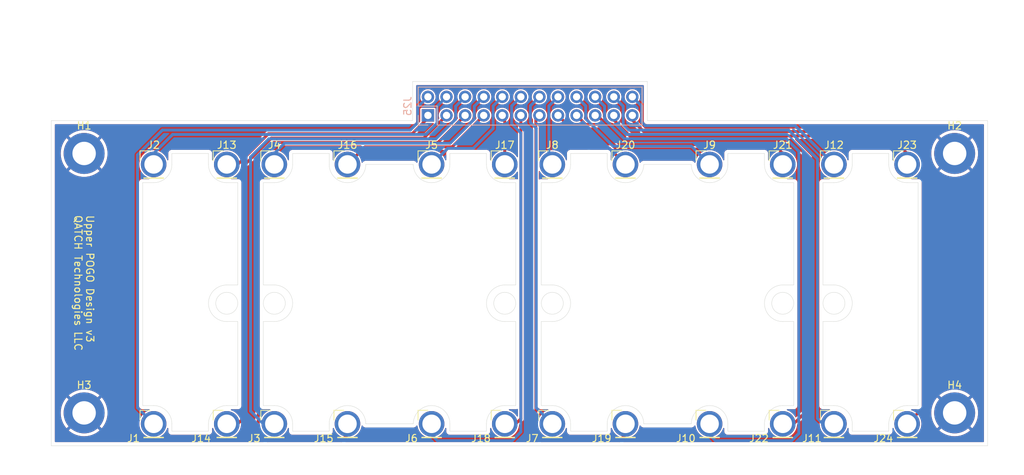
<source format=kicad_pcb>
(kicad_pcb (version 20240108) (generator "pcbnew") (generator_version "8.0")
  (layers (0 "F.Cu" signal) (31 "B.Cu" signal) (34 "B.Paste" user) (35 "F.Paste" user) (36 "B.SilkS" user "B.Silkscreen") (37 "F.SilkS" user "F.Silkscreen") (38 "B.Mask" user) (39 "F.Mask" user) (44 "Edge.Cuts" user))
  (net 0 "")
  (net 1 "Earth")
  (net 2 "Net-(J1-Pin_1)")
  (net 3 "Net-(J2-Pin_1)")
  (net 4 "Net-(J25-Pin_3)")
  (net 5 "Net-(J25-Pin_4)")
  (net 6 "Net-(J25-Pin_5)")
  (net 7 "Net-(J25-Pin_6)")
  (net 8 "Net-(J25-Pin_7)")
  (net 9 "Net-(J25-Pin_8)")
  (net 10 "Net-(J25-Pin_9)")
  (net 11 "Net-(J10-Pin_1)")
  (net 12 "Net-(J11-Pin_1)")
  (net 13 "Net-(J12-Pin_1)")
  (net 14 "Net-(J13-Pin_1)")
  (net 15 "Net-(J14-Pin_1)")
  (net 16 "Net-(J15-Pin_1)")
  (net 17 "Net-(J16-Pin_1)")
  (net 18 "Net-(J17-Pin_1)")
  (net 19 "Net-(J18-Pin_1)")
  (net 20 "Net-(J19-Pin_1)")
  (net 21 "Net-(J20-Pin_1)")
  (net 22 "Net-(J21-Pin_1)")
  (net 23 "Net-(J22-Pin_1)")
  (net 24 "Net-(J23-Pin_1)")
  (net 25 "Net-(J24-Pin_1)")
  (footprint "Connector_PinHeader_2.54mm:PinHeader_1x01_D2.54mm_Vertical" (layer "F.Cu") (at 189 67.5)
    (property "Reference" "J12" (at 0 -2.65 0) (layer "F.SilkS"))
    (property "Value" "Conn_01x01_MountingPin")
    (fp_line (start -1.85 -1.85) (end -0.52 -1.85) (stroke (width 0.12)) (layer "F.SilkS"))
    (fp_line (start -1.85 -0.52) (end -1.85 -1.85) (stroke (width 0.12)) (layer "F.SilkS"))
    (fp_line (start -1.33 1.84) (end -1.33 1.9) (stroke (width 0.12)) (layer "F.SilkS"))
    (fp_line (start -1.33 1.84) (end 1.33 1.84) (stroke (width 0.12)) (layer "F.SilkS"))
    (fp_line (start -1.33 1.9) (end 1.33 1.9) (stroke (width 0.12)) (layer "F.SilkS"))
    (fp_line (start 1.33 1.84) (end 1.33 1.9) (stroke (width 0.12)) (layer "F.SilkS"))
    (pad "1" thru_hole circle (at 0 0) (size 3.5 3.5) (drill 2.53) (layers "*.Cu" "*.Mask") (net 13 "Net-(J12-Pin_1)"))
  )
  (footprint "Connector_PinHeader_2.54mm:PinHeader_1x01_D2.54mm_Vertical" (layer "F.Cu") (at 122.5 67.5)
    (property "Reference" "J16" (at 0 -2.65 0) (layer "F.SilkS"))
    (property "Value" "Conn_01x01_MountingPin")
    (fp_line (start -1.85 -1.85) (end -0.52 -1.85) (stroke (width 0.12)) (layer "F.SilkS"))
    (fp_line (start -1.85 -0.52) (end -1.85 -1.85) (stroke (width 0.12)) (layer "F.SilkS"))
    (fp_line (start -1.33 1.84) (end -1.33 1.9) (stroke (width 0.12)) (layer "F.SilkS"))
    (fp_line (start -1.33 1.84) (end 1.33 1.84) (stroke (width 0.12)) (layer "F.SilkS"))
    (fp_line (start -1.33 1.9) (end 1.33 1.9) (stroke (width 0.12)) (layer "F.SilkS"))
    (fp_line (start 1.33 1.84) (end 1.33 1.9) (stroke (width 0.12)) (layer "F.SilkS"))
    (pad "1" thru_hole circle (at 0 0) (size 3.5 3.5) (drill 2.53) (layers "*.Cu" "*.Mask") (net 17 "Net-(J16-Pin_1)"))
  )
  (footprint "Connector_PinHeader_2.54mm:PinHeader_1x01_D2.54mm_Vertical" (layer "F.Cu") (at 112.5 67.5)
    (property "Reference" "J4" (at 0 -2.65 0) (layer "F.SilkS"))
    (property "Value" "Conn_01x01_MountingPin")
    (fp_line (start -1.85 -1.85) (end -0.52 -1.85) (stroke (width 0.12)) (layer "F.SilkS"))
    (fp_line (start -1.85 -0.52) (end -1.85 -1.85) (stroke (width 0.12)) (layer "F.SilkS"))
    (fp_line (start -1.33 1.84) (end -1.33 1.9) (stroke (width 0.12)) (layer "F.SilkS"))
    (fp_line (start -1.33 1.84) (end 1.33 1.84) (stroke (width 0.12)) (layer "F.SilkS"))
    (fp_line (start -1.33 1.9) (end 1.33 1.9) (stroke (width 0.12)) (layer "F.SilkS"))
    (fp_line (start 1.33 1.84) (end 1.33 1.9) (stroke (width 0.12)) (layer "F.SilkS"))
    (pad "1" thru_hole circle (at 0 0) (size 3.5 3.5) (drill 2.53) (layers "*.Cu" "*.Mask") (net 5 "Net-(J25-Pin_4)"))
  )
  (footprint "Connector_PinHeader_2.54mm:PinHeader_1x01_D2.54mm_Vertical" (layer "F.Cu") (at 96 67.5)
    (property "Reference" "J2" (at 0 -2.65 0) (layer "F.SilkS"))
    (property "Value" "Conn_01x01_MountingPin")
    (fp_line (start -1.85 -1.85) (end -0.52 -1.85) (stroke (width 0.12)) (layer "F.SilkS"))
    (fp_line (start -1.85 -0.52) (end -1.85 -1.85) (stroke (width 0.12)) (layer "F.SilkS"))
    (fp_line (start -1.33 1.84) (end -1.33 1.9) (stroke (width 0.12)) (layer "F.SilkS"))
    (fp_line (start -1.33 1.84) (end 1.33 1.84) (stroke (width 0.12)) (layer "F.SilkS"))
    (fp_line (start -1.33 1.9) (end 1.33 1.9) (stroke (width 0.12)) (layer "F.SilkS"))
    (fp_line (start 1.33 1.84) (end 1.33 1.9) (stroke (width 0.12)) (layer "F.SilkS"))
    (pad "1" thru_hole circle (at 0 0) (size 3.5 3.5) (drill 2.53) (layers "*.Cu" "*.Mask") (net 3 "Net-(J2-Pin_1)"))
  )
  (footprint "Connector_PinHeader_2.54mm:PinHeader_1x01_D2.54mm_Vertical" (layer "F.Cu") (at 150.5 67.5)
    (property "Reference" "J8" (at 0 -2.65 0) (layer "F.SilkS"))
    (property "Value" "Conn_01x01_MountingPin")
    (fp_line (start -1.85 -1.85) (end -0.52 -1.85) (stroke (width 0.12)) (layer "F.SilkS"))
    (fp_line (start -1.85 -0.52) (end -1.85 -1.85) (stroke (width 0.12)) (layer "F.SilkS"))
    (fp_line (start -1.33 1.84) (end -1.33 1.9) (stroke (width 0.12)) (layer "F.SilkS"))
    (fp_line (start -1.33 1.84) (end 1.33 1.84) (stroke (width 0.12)) (layer "F.SilkS"))
    (fp_line (start -1.33 1.9) (end 1.33 1.9) (stroke (width 0.12)) (layer "F.SilkS"))
    (fp_line (start 1.33 1.84) (end 1.33 1.9) (stroke (width 0.12)) (layer "F.SilkS"))
    (pad "1" thru_hole circle (at 0 0) (size 3.5 3.5) (drill 2.53) (layers "*.Cu" "*.Mask") (net 9 "Net-(J25-Pin_8)"))
  )
  (footprint "Connector_PinHeader_2.54mm:PinHeader_1x01_D2.54mm_Vertical" (layer "F.Cu") (at 144 67.5)
    (property "Reference" "J17" (at 0 -2.65 0) (layer "F.SilkS"))
    (property "Value" "Conn_01x01_MountingPin")
    (fp_line (start -1.85 -1.85) (end -0.52 -1.85) (stroke (width 0.12)) (layer "F.SilkS"))
    (fp_line (start -1.85 -0.52) (end -1.85 -1.85) (stroke (width 0.12)) (layer "F.SilkS"))
    (fp_line (start -1.33 1.84) (end -1.33 1.9) (stroke (width 0.12)) (layer "F.SilkS"))
    (fp_line (start -1.33 1.84) (end 1.33 1.84) (stroke (width 0.12)) (layer "F.SilkS"))
    (fp_line (start -1.33 1.9) (end 1.33 1.9) (stroke (width 0.12)) (layer "F.SilkS"))
    (fp_line (start 1.33 1.84) (end 1.33 1.9) (stroke (width 0.12)) (layer "F.SilkS"))
    (pad "1" thru_hole circle (at 0 0) (size 3.5 3.5) (drill 2.53) (layers "*.Cu" "*.Mask") (net 18 "Net-(J17-Pin_1)"))
  )
  (footprint "Connector_PinHeader_2.54mm:PinHeader_1x01_D2.54mm_Vertical" (layer "F.Cu") (at 134 103)
    (property "Reference" "J6" (at -2.75 2 0) (layer "F.SilkS"))
    (property "Value" "Conn_01x01_MountingPin")
    (fp_line (start -1.85 -1.85) (end -0.52 -1.85) (stroke (width 0.12)) (layer "F.SilkS"))
    (fp_line (start -1.85 -0.52) (end -1.85 -1.85) (stroke (width 0.12)) (layer "F.SilkS"))
    (fp_line (start -1.33 1.84) (end -1.33 1.9) (stroke (width 0.12)) (layer "F.SilkS"))
    (fp_line (start -1.33 1.84) (end 1.33 1.84) (stroke (width 0.12)) (layer "F.SilkS"))
    (fp_line (start -1.33 1.9) (end 1.33 1.9) (stroke (width 0.12)) (layer "F.SilkS"))
    (fp_line (start 1.33 1.84) (end 1.33 1.9) (stroke (width 0.12)) (layer "F.SilkS"))
    (pad "1" thru_hole circle (at 0 0) (size 3.5 3.5) (drill 2.53) (layers "*.Cu" "*.Mask") (net 7 "Net-(J25-Pin_6)"))
  )
  (footprint "Connector_PinHeader_2.54mm:PinHeader_1x01_D2.54mm_Vertical" (layer "F.Cu") (at 122.5 103)
    (property "Reference" "J15" (at -3.25 2 0) (layer "F.SilkS"))
    (property "Value" "Conn_01x01_MountingPin")
    (fp_line (start -1.85 -1.85) (end -0.52 -1.85) (stroke (width 0.12)) (layer "F.SilkS"))
    (fp_line (start -1.85 -0.52) (end -1.85 -1.85) (stroke (width 0.12)) (layer "F.SilkS"))
    (fp_line (start -1.33 1.84) (end -1.33 1.9) (stroke (width 0.12)) (layer "F.SilkS"))
    (fp_line (start -1.33 1.84) (end 1.33 1.84) (stroke (width 0.12)) (layer "F.SilkS"))
    (fp_line (start -1.33 1.9) (end 1.33 1.9) (stroke (width 0.12)) (layer "F.SilkS"))
    (fp_line (start 1.33 1.84) (end 1.33 1.9) (stroke (width 0.12)) (layer "F.SilkS"))
    (pad "1" thru_hole circle (at 0 0) (size 3.5 3.5) (drill 2.53) (layers "*.Cu" "*.Mask") (net 16 "Net-(J15-Pin_1)"))
  )
  (footprint "MountingHole:MountingHole_3.2mm_M3_DIN965_Pad_TopBottom" (layer "F.Cu") (at 86.5 66)
    (property "Reference" "H1" (at 0 -3.8 0) (layer "F.SilkS"))
    (property "Value" "MountingHole_Pad")
    (pad "1" thru_hole circle (at 0 0) (size 3.6 3.6) (drill 3.2) (layers "*.Cu" "*.Mask") (net 1 "Earth"))
    (pad "1" connect circle (at 0 0) (size 5.6 5.6) (layers "F.Cu" "F.Mask") (net 1 "Earth"))
    (pad "1" connect circle (at 0 0) (size 5.6 5.6) (layers "B.Cu" "B.Mask") (net 1 "Earth"))
  )
  (footprint "MountingHole:MountingHole_3.2mm_M3_DIN965_Pad_TopBottom" (layer "F.Cu") (at 86.5 101.5)
    (property "Reference" "H3" (at 0 -3.8 0) (layer "F.SilkS"))
    (property "Value" "MountingHole_Pad")
    (pad "1" thru_hole circle (at 0 0) (size 3.6 3.6) (drill 3.2) (layers "*.Cu" "*.Mask") (net 1 "Earth"))
    (pad "1" connect circle (at 0 0) (size 5.6 5.6) (layers "F.Cu" "F.Mask") (net 1 "Earth"))
    (pad "1" connect circle (at 0 0) (size 5.6 5.6) (layers "B.Cu" "B.Mask") (net 1 "Earth"))
  )
  (footprint "Connector_PinHeader_2.54mm:PinHeader_1x01_D2.54mm_Vertical" (layer "F.Cu") (at 182 103)
    (property "Reference" "J22" (at -3.25 2 0) (layer "F.SilkS"))
    (property "Value" "Conn_01x01_MountingPin")
    (fp_line (start -1.85 -1.85) (end -0.52 -1.85) (stroke (width 0.12)) (layer "F.SilkS"))
    (fp_line (start -1.85 -0.52) (end -1.85 -1.85) (stroke (width 0.12)) (layer "F.SilkS"))
    (fp_line (start -1.33 1.84) (end -1.33 1.9) (stroke (width 0.12)) (layer "F.SilkS"))
    (fp_line (start -1.33 1.84) (end 1.33 1.84) (stroke (width 0.12)) (layer "F.SilkS"))
    (fp_line (start -1.33 1.9) (end 1.33 1.9) (stroke (width 0.12)) (layer "F.SilkS"))
    (fp_line (start 1.33 1.84) (end 1.33 1.9) (stroke (width 0.12)) (layer "F.SilkS"))
    (pad "1" thru_hole circle (at 0 0) (size 3.5 3.5) (drill 2.53) (layers "*.Cu" "*.Mask") (net 23 "Net-(J22-Pin_1)"))
  )
  (footprint "MountingHole:MountingHole_3.2mm_M3_DIN965_Pad_TopBottom" (layer "F.Cu") (at 205.5 101.5)
    (property "Reference" "H4" (at 0 -3.8 0) (layer "F.SilkS"))
    (property "Value" "MountingHole_Pad")
    (pad "1" thru_hole circle (at 0 0) (size 3.6 3.6) (drill 3.2) (layers "*.Cu" "*.Mask") (net 1 "Earth"))
    (pad "1" connect circle (at 0 0) (size 5.6 5.6) (layers "F.Cu" "F.Mask") (net 1 "Earth"))
    (pad "1" connect circle (at 0 0) (size 5.6 5.6) (layers "B.Cu" "B.Mask") (net 1 "Earth"))
  )
  (footprint "Connector_PinHeader_2.54mm:PinHeader_1x01_D2.54mm_Vertical" (layer "F.Cu") (at 189 103)
    (property "Reference" "J11" (at -3 2 0) (layer "F.SilkS"))
    (property "Value" "Conn_01x01_MountingPin")
    (fp_line (start -1.85 -1.85) (end -0.52 -1.85) (stroke (width 0.12)) (layer "F.SilkS"))
    (fp_line (start -1.85 -0.52) (end -1.85 -1.85) (stroke (width 0.12)) (layer "F.SilkS"))
    (fp_line (start -1.33 1.84) (end -1.33 1.9) (stroke (width 0.12)) (layer "F.SilkS"))
    (fp_line (start -1.33 1.84) (end 1.33 1.84) (stroke (width 0.12)) (layer "F.SilkS"))
    (fp_line (start -1.33 1.9) (end 1.33 1.9) (stroke (width 0.12)) (layer "F.SilkS"))
    (fp_line (start 1.33 1.84) (end 1.33 1.9) (stroke (width 0.12)) (layer "F.SilkS"))
    (pad "1" thru_hole circle (at 0 0) (size 3.5 3.5) (drill 2.53) (layers "*.Cu" "*.Mask") (net 12 "Net-(J11-Pin_1)"))
  )
  (footprint "Connector_PinHeader_2.54mm:PinHeader_1x01_D2.54mm_Vertical" (layer "F.Cu") (at 172 103)
    (property "Reference" "J10" (at -3.25 2 0) (layer "F.SilkS"))
    (property "Value" "Conn_01x01_MountingPin")
    (fp_line (start -1.85 -1.85) (end -0.52 -1.85) (stroke (width 0.12)) (layer "F.SilkS"))
    (fp_line (start -1.85 -0.52) (end -1.85 -1.85) (stroke (width 0.12)) (layer "F.SilkS"))
    (fp_line (start -1.33 1.84) (end -1.33 1.9) (stroke (width 0.12)) (layer "F.SilkS"))
    (fp_line (start -1.33 1.84) (end 1.33 1.84) (stroke (width 0.12)) (layer "F.SilkS"))
    (fp_line (start -1.33 1.9) (end 1.33 1.9) (stroke (width 0.12)) (layer "F.SilkS"))
    (fp_line (start 1.33 1.84) (end 1.33 1.9) (stroke (width 0.12)) (layer "F.SilkS"))
    (pad "1" thru_hole circle (at 0 0) (size 3.5 3.5) (drill 2.53) (layers "*.Cu" "*.Mask") (net 11 "Net-(J10-Pin_1)"))
  )
  (footprint "MountingHole:MountingHole_3.2mm_M3_DIN965_Pad_TopBottom" (layer "F.Cu") (at 205.5 66)
    (property "Reference" "H2" (at 0 -3.8 0) (layer "F.SilkS"))
    (property "Value" "MountingHole_Pad")
    (pad "1" thru_hole circle (at 0 0) (size 3.6 3.6) (drill 3.2) (layers "*.Cu" "*.Mask") (net 1 "Earth"))
    (pad "1" connect circle (at 0 0) (size 5.6 5.6) (layers "F.Cu" "F.Mask") (net 1 "Earth"))
    (pad "1" connect circle (at 0 0) (size 5.6 5.6) (layers "B.Cu" "B.Mask") (net 1 "Earth"))
  )
  (footprint "Connector_PinHeader_2.54mm:PinHeader_1x01_D2.54mm_Vertical" (layer "F.Cu") (at 96 103)
    (property "Reference" "J1" (at -2.75 2 0) (layer "F.SilkS"))
    (property "Value" "Conn_01x01_MountingPin")
    (fp_line (start -1.85 -1.85) (end -0.52 -1.85) (stroke (width 0.12)) (layer "F.SilkS"))
    (fp_line (start -1.85 -0.52) (end -1.85 -1.85) (stroke (width 0.12)) (layer "F.SilkS"))
    (fp_line (start -1.33 1.84) (end -1.33 1.9) (stroke (width 0.12)) (layer "F.SilkS"))
    (fp_line (start -1.33 1.84) (end 1.33 1.84) (stroke (width 0.12)) (layer "F.SilkS"))
    (fp_line (start -1.33 1.9) (end 1.33 1.9) (stroke (width 0.12)) (layer "F.SilkS"))
    (fp_line (start 1.33 1.84) (end 1.33 1.9) (stroke (width 0.12)) (layer "F.SilkS"))
    (pad "1" thru_hole circle (at 0 0) (size 3.5 3.5) (drill 2.53) (layers "*.Cu" "*.Mask") (net 2 "Net-(J1-Pin_1)"))
  )
  (footprint "Connector_PinHeader_2.54mm:PinHeader_1x01_D2.54mm_Vertical" (layer "F.Cu") (at 134 67.5)
    (property "Reference" "J5" (at 0 -2.65 0) (layer "F.SilkS"))
    (property "Value" "Conn_01x01_MountingPin")
    (fp_line (start -1.85 -1.85) (end -0.52 -1.85) (stroke (width 0.12)) (layer "F.SilkS"))
    (fp_line (start -1.85 -0.52) (end -1.85 -1.85) (stroke (width 0.12)) (layer "F.SilkS"))
    (fp_line (start -1.33 1.84) (end -1.33 1.9) (stroke (width 0.12)) (layer "F.SilkS"))
    (fp_line (start -1.33 1.84) (end 1.33 1.84) (stroke (width 0.12)) (layer "F.SilkS"))
    (fp_line (start -1.33 1.9) (end 1.33 1.9) (stroke (width 0.12)) (layer "F.SilkS"))
    (fp_line (start 1.33 1.84) (end 1.33 1.9) (stroke (width 0.12)) (layer "F.SilkS"))
    (pad "1" thru_hole circle (at 0 0) (size 3.5 3.5) (drill 2.53) (layers "*.Cu" "*.Mask") (net 6 "Net-(J25-Pin_5)"))
  )
  (footprint "Connector_PinHeader_2.54mm:PinHeader_1x01_D2.54mm_Vertical" (layer "F.Cu") (at 199 67.5)
    (property "Reference" "J23" (at 0 -2.65 0) (layer "F.SilkS"))
    (property "Value" "Conn_01x01_MountingPin")
    (fp_line (start -1.85 -1.85) (end -0.52 -1.85) (stroke (width 0.12)) (layer "F.SilkS"))
    (fp_line (start -1.85 -0.52) (end -1.85 -1.85) (stroke (width 0.12)) (layer "F.SilkS"))
    (fp_line (start -1.33 1.84) (end -1.33 1.9) (stroke (width 0.12)) (layer "F.SilkS"))
    (fp_line (start -1.33 1.84) (end 1.33 1.84) (stroke (width 0.12)) (layer "F.SilkS"))
    (fp_line (start -1.33 1.9) (end 1.33 1.9) (stroke (width 0.12)) (layer "F.SilkS"))
    (fp_line (start 1.33 1.84) (end 1.33 1.9) (stroke (width 0.12)) (layer "F.SilkS"))
    (pad "1" thru_hole circle (at 0 0) (size 3.5 3.5) (drill 2.53) (layers "*.Cu" "*.Mask") (net 24 "Net-(J23-Pin_1)"))
  )
  (footprint "Connector_PinHeader_2.54mm:PinHeader_1x01_D2.54mm_Vertical" (layer "F.Cu") (at 182 67.5)
    (property "Reference" "J21" (at 0 -2.65 0) (layer "F.SilkS"))
    (property "Value" "Conn_01x01_MountingPin")
    (fp_line (start -1.85 -1.85) (end -0.52 -1.85) (stroke (width 0.12)) (layer "F.SilkS"))
    (fp_line (start -1.85 -0.52) (end -1.85 -1.85) (stroke (width 0.12)) (layer "F.SilkS"))
    (fp_line (start -1.33 1.84) (end -1.33 1.9) (stroke (width 0.12)) (layer "F.SilkS"))
    (fp_line (start -1.33 1.84) (end 1.33 1.84) (stroke (width 0.12)) (layer "F.SilkS"))
    (fp_line (start -1.33 1.9) (end 1.33 1.9) (stroke (width 0.12)) (layer "F.SilkS"))
    (fp_line (start 1.33 1.84) (end 1.33 1.9) (stroke (width 0.12)) (layer "F.SilkS"))
    (pad "1" thru_hole circle (at 0 0) (size 3.5 3.5) (drill 2.53) (layers "*.Cu" "*.Mask") (net 22 "Net-(J21-Pin_1)"))
  )
  (footprint "Connector_PinHeader_2.54mm:PinHeader_1x01_D2.54mm_Vertical" (layer "F.Cu") (at 106 103)
    (property "Reference" "J14" (at -3.5 2 0) (layer "F.SilkS"))
    (property "Value" "Conn_01x01_MountingPin")
    (fp_line (start -1.85 -1.85) (end -0.52 -1.85) (stroke (width 0.12)) (layer "F.SilkS"))
    (fp_line (start -1.85 -0.52) (end -1.85 -1.85) (stroke (width 0.12)) (layer "F.SilkS"))
    (fp_line (start -1.33 1.84) (end -1.33 1.9) (stroke (width 0.12)) (layer "F.SilkS"))
    (fp_line (start -1.33 1.84) (end 1.33 1.84) (stroke (width 0.12)) (layer "F.SilkS"))
    (fp_line (start -1.33 1.9) (end 1.33 1.9) (stroke (width 0.12)) (layer "F.SilkS"))
    (fp_line (start 1.33 1.84) (end 1.33 1.9) (stroke (width 0.12)) (layer "F.SilkS"))
    (pad "1" thru_hole circle (at 0 0) (size 3.5 3.5) (drill 2.53) (layers "*.Cu" "*.Mask") (net 15 "Net-(J14-Pin_1)"))
  )
  (footprint "Connector_PinHeader_2.54mm:PinHeader_1x01_D2.54mm_Vertical" (layer "F.Cu") (at 199 103)
    (property "Reference" "J24" (at -3.25 2 0) (layer "F.SilkS"))
    (property "Value" "Conn_01x01_MountingPin")
    (fp_line (start -1.85 -1.85) (end -0.52 -1.85) (stroke (width 0.12)) (layer "F.SilkS"))
    (fp_line (start -1.85 -0.52) (end -1.85 -1.85) (stroke (width 0.12)) (layer "F.SilkS"))
    (fp_line (start -1.33 1.84) (end -1.33 1.9) (stroke (width 0.12)) (layer "F.SilkS"))
    (fp_line (start -1.33 1.84) (end 1.33 1.84) (stroke (width 0.12)) (layer "F.SilkS"))
    (fp_line (start -1.33 1.9) (end 1.33 1.9) (stroke (width 0.12)) (layer "F.SilkS"))
    (fp_line (start 1.33 1.84) (end 1.33 1.9) (stroke (width 0.12)) (layer "F.SilkS"))
    (pad "1" thru_hole circle (at 0 0) (size 3.5 3.5) (drill 2.53) (layers "*.Cu" "*.Mask") (net 25 "Net-(J24-Pin_1)"))
  )
  (footprint "Connector_PinHeader_2.54mm:PinHeader_1x01_D2.54mm_Vertical" (layer "F.Cu") (at 160.5 67.5)
    (property "Reference" "J20" (at 0 -2.65 0) (layer "F.SilkS"))
    (property "Value" "Conn_01x01_MountingPin")
    (fp_line (start -1.85 -1.85) (end -0.52 -1.85) (stroke (width 0.12)) (layer "F.SilkS"))
    (fp_line (start -1.85 -0.52) (end -1.85 -1.85) (stroke (width 0.12)) (layer "F.SilkS"))
    (fp_line (start -1.33 1.84) (end -1.33 1.9) (stroke (width 0.12)) (layer "F.SilkS"))
    (fp_line (start -1.33 1.84) (end 1.33 1.84) (stroke (width 0.12)) (layer "F.SilkS"))
    (fp_line (start -1.33 1.9) (end 1.33 1.9) (stroke (width 0.12)) (layer "F.SilkS"))
    (fp_line (start 1.33 1.84) (end 1.33 1.9) (stroke (width 0.12)) (layer "F.SilkS"))
    (pad "1" thru_hole circle (at 0 0) (size 3.5 3.5) (drill 2.53) (layers "*.Cu" "*.Mask") (net 21 "Net-(J20-Pin_1)"))
  )
  (footprint "Connector_PinHeader_2.54mm:PinHeader_1x01_D2.54mm_Vertical" (layer "F.Cu") (at 160.5 103)
    (property "Reference" "J19" (at -3.25 2 0) (layer "F.SilkS"))
    (property "Value" "Conn_01x01_MountingPin")
    (fp_line (start -1.85 -1.85) (end -0.52 -1.85) (stroke (width 0.12)) (layer "F.SilkS"))
    (fp_line (start -1.85 -0.52) (end -1.85 -1.85) (stroke (width 0.12)) (layer "F.SilkS"))
    (fp_line (start -1.33 1.84) (end -1.33 1.9) (stroke (width 0.12)) (layer "F.SilkS"))
    (fp_line (start -1.33 1.84) (end 1.33 1.84) (stroke (width 0.12)) (layer "F.SilkS"))
    (fp_line (start -1.33 1.9) (end 1.33 1.9) (stroke (width 0.12)) (layer "F.SilkS"))
    (fp_line (start 1.33 1.84) (end 1.33 1.9) (stroke (width 0.12)) (layer "F.SilkS"))
    (pad "1" thru_hole circle (at 0 0) (size 3.5 3.5) (drill 2.53) (layers "*.Cu" "*.Mask") (net 20 "Net-(J19-Pin_1)"))
  )
  (footprint "Connector_PinHeader_2.54mm:PinHeader_1x01_D2.54mm_Vertical" (layer "F.Cu") (at 144 103)
    (property "Reference" "J18" (at -3.25 2 0) (layer "F.SilkS"))
    (property "Value" "Conn_01x01_MountingPin")
    (fp_line (start -1.85 -1.85) (end -0.52 -1.85) (stroke (width 0.12)) (layer "F.SilkS"))
    (fp_line (start -1.85 -0.52) (end -1.85 -1.85) (stroke (width 0.12)) (layer "F.SilkS"))
    (fp_line (start -1.33 1.84) (end -1.33 1.9) (stroke (width 0.12)) (layer "F.SilkS"))
    (fp_line (start -1.33 1.84) (end 1.33 1.84) (stroke (width 0.12)) (layer "F.SilkS"))
    (fp_line (start -1.33 1.9) (end 1.33 1.9) (stroke (width 0.12)) (layer "F.SilkS"))
    (fp_line (start 1.33 1.84) (end 1.33 1.9) (stroke (width 0.12)) (layer "F.SilkS"))
    (pad "1" thru_hole circle (at 0 0) (size 3.5 3.5) (drill 2.53) (layers "*.Cu" "*.Mask") (net 19 "Net-(J18-Pin_1)"))
  )
  (footprint "Connector_PinHeader_2.54mm:PinHeader_1x01_D2.54mm_Vertical" (layer "F.Cu") (at 150.5 103)
    (property "Reference" "J7" (at -2.75 2 0) (layer "F.SilkS"))
    (property "Value" "Conn_01x01_MountingPin")
    (fp_line (start -1.85 -1.85) (end -0.52 -1.85) (stroke (width 0.12)) (layer "F.SilkS"))
    (fp_line (start -1.85 -0.52) (end -1.85 -1.85) (stroke (width 0.12)) (layer "F.SilkS"))
    (fp_line (start -1.33 1.84) (end -1.33 1.9) (stroke (width 0.12)) (layer "F.SilkS"))
    (fp_line (start -1.33 1.84) (end 1.33 1.84) (stroke (width 0.12)) (layer "F.SilkS"))
    (fp_line (start -1.33 1.9) (end 1.33 1.9) (stroke (width 0.12)) (layer "F.SilkS"))
    (fp_line (start 1.33 1.84) (end 1.33 1.9) (stroke (width 0.12)) (layer "F.SilkS"))
    (pad "1" thru_hole circle (at 0 0) (size 3.5 3.5) (drill 2.53) (layers "*.Cu" "*.Mask") (net 8 "Net-(J25-Pin_7)"))
  )
  (footprint "Connector_PinHeader_2.54mm:PinHeader_1x01_D2.54mm_Vertical" (layer "F.Cu") (at 172 67.5)
    (property "Reference" "J9" (at 0 -2.65 0) (layer "F.SilkS"))
    (property "Value" "Conn_01x01_MountingPin")
    (fp_line (start -1.85 -1.85) (end -0.52 -1.85) (stroke (width 0.12)) (layer "F.SilkS"))
    (fp_line (start -1.85 -0.52) (end -1.85 -1.85) (stroke (width 0.12)) (layer "F.SilkS"))
    (fp_line (start -1.33 1.84) (end -1.33 1.9) (stroke (width 0.12)) (layer "F.SilkS"))
    (fp_line (start -1.33 1.84) (end 1.33 1.84) (stroke (width 0.12)) (layer "F.SilkS"))
    (fp_line (start -1.33 1.9) (end 1.33 1.9) (stroke (width 0.12)) (layer "F.SilkS"))
    (fp_line (start 1.33 1.84) (end 1.33 1.9) (stroke (width 0.12)) (layer "F.SilkS"))
    (pad "1" thru_hole circle (at 0 0) (size 3.5 3.5) (drill 2.53) (layers "*.Cu" "*.Mask") (net 10 "Net-(J25-Pin_9)"))
  )
  (footprint "Connector_PinHeader_2.54mm:PinHeader_1x01_D2.54mm_Vertical" (layer "F.Cu") (at 112.5 103)
    (property "Reference" "J3" (at -2.75 2 0) (layer "F.SilkS"))
    (property "Value" "Conn_01x01_MountingPin")
    (fp_line (start -1.85 -1.85) (end -0.52 -1.85) (stroke (width 0.12)) (layer "F.SilkS"))
    (fp_line (start -1.85 -0.52) (end -1.85 -1.85) (stroke (width 0.12)) (layer "F.SilkS"))
    (fp_line (start -1.33 1.84) (end -1.33 1.9) (stroke (width 0.12)) (layer "F.SilkS"))
    (fp_line (start -1.33 1.84) (end 1.33 1.84) (stroke (width 0.12)) (layer "F.SilkS"))
    (fp_line (start -1.33 1.9) (end 1.33 1.9) (stroke (width 0.12)) (layer "F.SilkS"))
    (fp_line (start 1.33 1.84) (end 1.33 1.9) (stroke (width 0.12)) (layer "F.SilkS"))
    (pad "1" thru_hole circle (at 0 0) (size 3.5 3.5) (drill 2.53) (layers "*.Cu" "*.Mask") (net 4 "Net-(J25-Pin_3)"))
  )
  (footprint "Connector_PinHeader_2.54mm:PinHeader_1x01_D2.54mm_Vertical" (layer "F.Cu") (at 106 67.5)
    (property "Reference" "J13" (at 0 -2.65 0) (layer "F.SilkS"))
    (property "Value" "Conn_01x01_MountingPin")
    (fp_line (start -1.85 -1.85) (end -0.52 -1.85) (stroke (width 0.12)) (layer "F.SilkS"))
    (fp_line (start -1.85 -0.52) (end -1.85 -1.85) (stroke (width 0.12)) (layer "F.SilkS"))
    (fp_line (start -1.33 1.84) (end -1.33 1.9) (stroke (width 0.12)) (layer "F.SilkS"))
    (fp_line (start -1.33 1.84) (end 1.33 1.84) (stroke (width 0.12)) (layer "F.SilkS"))
    (fp_line (start -1.33 1.9) (end 1.33 1.9) (stroke (width 0.12)) (layer "F.SilkS"))
    (fp_line (start 1.33 1.84) (end 1.33 1.9) (stroke (width 0.12)) (layer "F.SilkS"))
    (pad "1" thru_hole circle (at 0 0) (size 3.5 3.5) (drill 2.53) (layers "*.Cu" "*.Mask") (net 14 "Net-(J13-Pin_1)"))
  )
  (footprint "Connector_PinSocket_2.54mm:PinSocket_2x12_P2.54mm_Vertical" (layer "B.Cu") (at 133.5 60.79 -90)
    (property "Reference" "J25" (at -1.27 2.77 90) (layer "B.SilkS") (effects (justify mirror)))
    (property "Value" "Conn_01x24_Pin")
    (fp_line (start -1.27 1.33) (end -3.87 1.33) (stroke (width 0.12)) (layer "B.SilkS"))
    (fp_line (start 1.33 1.33) (end 0 1.33) (stroke (width 0.12)) (layer "B.SilkS"))
    (fp_line (start 1.33 0) (end 1.33 1.33) (stroke (width 0.12)) (layer "B.SilkS"))
    (fp_line (start -1.27 -1.27) (end -1.27 1.33) (stroke (width 0.12)) (layer "B.SilkS"))
    (fp_line (start 1.33 -1.27) (end -1.27 -1.27) (stroke (width 0.12)) (layer "B.SilkS"))
    (fp_line (start -3.87 -29.27) (end -3.87 1.33) (stroke (width 0.12)) (layer "B.SilkS"))
    (fp_line (start 1.33 -29.27) (end 1.33 -1.27) (stroke (width 0.12)) (layer "B.SilkS"))
    (fp_line (start 1.33 -29.27) (end -3.87 -29.27) (stroke (width 0.12)) (layer "B.SilkS"))
    (pad "1" thru_hole oval (at -2.54 0 270) (size 1.7 1.7) (drill 1) (layers "*.Cu" "*.Mask") (net 2 "Net-(J1-Pin_1)"))
    (pad "2" thru_hole oval (at -2.54 -2.54 270) (size 1.7 1.7) (drill 1) (layers "*.Cu" "*.Mask") (net 3 "Net-(J2-Pin_1)"))
    (pad "3" thru_hole oval (at -2.54 -5.08 270) (size 1.7 1.7) (drill 1) (layers "*.Cu" "*.Mask") (net 4 "Net-(J25-Pin_3)"))
    (pad "4" thru_hole oval (at -2.54 -7.62 270) (size 1.7 1.7) (drill 1) (layers "*.Cu" "*.Mask") (net 5 "Net-(J25-Pin_4)"))
    (pad "5" thru_hole oval (at -2.54 -10.16 270) (size 1.7 1.7) (drill 1) (layers "*.Cu" "*.Mask") (net 6 "Net-(J25-Pin_5)"))
    (pad "6" thru_hole oval (at -2.54 -12.7 270) (size 1.7 1.7) (drill 1) (layers "*.Cu" "*.Mask") (net 7 "Net-(J25-Pin_6)"))
    (pad "7" thru_hole oval (at -2.54 -15.24 270) (size 1.7 1.7) (drill 1) (layers "*.Cu" "*.Mask") (net 8 "Net-(J25-Pin_7)"))
    (pad "8" thru_hole oval (at -2.54 -17.78 270) (size 1.7 1.7) (drill 1) (layers "*.Cu" "*.Mask") (net 9 "Net-(J25-Pin_8)"))
    (pad "9" thru_hole oval (at -2.54 -20.32 270) (size 1.7 1.7) (drill 1) (layers "*.Cu" "*.Mask") (net 10 "Net-(J25-Pin_9)"))
    (pad "10" thru_hole oval (at -2.54 -22.86 270) (size 1.7 1.7) (drill 1) (layers "*.Cu" "*.Mask") (net 11 "Net-(J10-Pin_1)"))
    (pad "11" thru_hole oval (at -2.54 -25.4 270) (size 1.7 1.7) (drill 1) (layers "*.Cu" "*.Mask") (net 12 "Net-(J11-Pin_1)"))
    (pad "12" thru_hole oval (at -2.54 -27.94 270) (size 1.7 1.7) (drill 1) (layers "*.Cu" "*.Mask") (net 13 "Net-(J12-Pin_1)"))
    (pad "13" thru_hole rect (at 0 0 270) (size 1.7 1.7) (drill 1) (layers "*.Cu" "*.Mask") (net 14 "Net-(J13-Pin_1)"))
    (pad "14" thru_hole oval (at 0 -2.54 270) (size 1.7 1.7) (drill 1) (layers "*.Cu" "*.Mask") (net 15 "Net-(J14-Pin_1)"))
    (pad "15" thru_hole oval (at 0 -5.08 270) (size 1.7 1.7) (drill 1) (layers "*.Cu" "*.Mask") (net 16 "Net-(J15-Pin_1)"))
    (pad "16" thru_hole oval (at 0 -7.62 270) (size 1.7 1.7) (drill 1) (layers "*.Cu" "*.Mask") (net 17 "Net-(J16-Pin_1)"))
    (pad "17" thru_hole oval (at 0 -10.16 270) (size 1.7 1.7) (drill 1) (layers "*.Cu" "*.Mask") (net 18 "Net-(J17-Pin_1)"))
    (pad "18" thru_hole oval (at 0 -12.7 270) (size 1.7 1.7) (drill 1) (layers "*.Cu" "*.Mask") (net 19 "Net-(J18-Pin_1)"))
    (pad "19" thru_hole oval (at 0 -15.24 270) (size 1.7 1.7) (drill 1) (layers "*.Cu" "*.Mask") (net 20 "Net-(J19-Pin_1)"))
    (pad "20" thru_hole oval (at 0 -17.78 270) (size 1.7 1.7) (drill 1) (layers "*.Cu" "*.Mask") (net 21 "Net-(J20-Pin_1)"))
    (pad "21" thru_hole oval (at 0 -20.32 270) (size 1.7 1.7) (drill 1) (layers "*.Cu" "*.Mask") (net 22 "Net-(J21-Pin_1)"))
    (pad "22" thru_hole oval (at 0 -22.86 270) (size 1.7 1.7) (drill 1) (layers "*.Cu" "*.Mask") (net 23 "Net-(J22-Pin_1)"))
    (pad "23" thru_hole oval (at 0 -25.4 270) (size 1.7 1.7) (drill 1) (layers "*.Cu" "*.Mask") (net 24 "Net-(J23-Pin_1)"))
    (pad "24" thru_hole oval (at 0 -27.94 270) (size 1.7 1.7) (drill 1) (layers "*.Cu" "*.Mask") (net 25 "Net-(J24-Pin_1)"))
  )
  (gr_line (start 150.5 70) (end 149 70) (stroke (width 0.05)) (layer "Edge.Cuts"))
  (gr_arc (start 150.5 100.5) (mid 152.267767 101.232233) (end 153 103) (stroke (width 0.05)) (layer "Edge.Cuts"))
  (gr_line (start 120 103) (end 120 104) (stroke (width 0.05)) (layer "Edge.Cuts"))
  (gr_line (start 196.5 104) (end 196.5 103) (stroke (width 0.05)) (layer "Edge.Cuts"))
  (gr_line (start 196.5 66) (end 191.5 66) (stroke (width 0.05)) (layer "Edge.Cuts"))
  (gr_line (start 106 100.5) (end 107.5 100.5) (stroke (width 0.05)) (layer "Edge.Cuts"))
  (gr_line (start 179.5 66) (end 179.5 67.5) (stroke (width 0.05)) (layer "Edge.Cuts"))
  (gr_line (start 199 70) (end 200.5 70) (stroke (width 0.05)) (layer "Edge.Cuts"))
  (gr_arc (start 144 89) (mid 141.5 86.5) (end 144 84) (stroke (width 0.05)) (layer "Edge.Cuts"))
  (gr_arc (start 115 67.5) (mid 114.267767 69.267767) (end 112.5 70) (stroke (width 0.05)) (layer "Edge.Cuts"))
  (gr_arc (start 136.5 67.5) (mid 134 70) (end 131.5 67.5) (stroke (width 0.05)) (layer "Edge.Cuts"))
  (gr_line (start 183.5 89) (end 183.5 100.5) (stroke (width 0.05)) (layer "Edge.Cuts"))
  (gr_arc (start 189 100.5) (mid 190.767767 101.232233) (end 191.5 103) (stroke (width 0.05)) (layer "Edge.Cuts"))
  (gr_line (start 158 66) (end 153 66) (stroke (width 0.05)) (layer "Edge.Cuts"))
  (gr_line (start 103.5 67.5) (end 103.5 66) (stroke (width 0.05)) (layer "Edge.Cuts"))
  (gr_line (start 98.5 104) (end 98.5 103) (stroke (width 0.05)) (layer "Edge.Cuts"))
  (gr_arc (start 103.5 103) (mid 104.232233 101.232233) (end 106 100.5) (stroke (width 0.05)) (layer "Edge.Cuts"))
  (gr_line (start 107.5 70) (end 107.5 84) (stroke (width 0.05)) (layer "Edge.Cuts"))
  (gr_line (start 174.5 103) (end 174.5 104) (stroke (width 0.05)) (layer "Edge.Cuts"))
  (gr_line (start 112.5 89) (end 111 89) (stroke (width 0.05)) (layer "Edge.Cuts"))
  (gr_line (start 150.5 84) (end 149 84) (stroke (width 0.05)) (layer "Edge.Cuts"))
  (gr_line (start 149 89) (end 149 100.5) (stroke (width 0.05)) (layer "Edge.Cuts"))
  (gr_arc (start 125 67.5) (mid 122.5 70) (end 120 67.5) (stroke (width 0.05)) (layer "Edge.Cuts"))
  (gr_line (start 189 89) (end 187.5 89) (stroke (width 0.05)) (layer "Edge.Cuts"))
  (gr_arc (start 112.5 100.5) (mid 114.267767 101.232233) (end 115 103) (stroke (width 0.05)) (layer "Edge.Cuts"))
  (gr_arc (start 150.5 84) (mid 153 86.5) (end 150.5 89) (stroke (width 0.05)) (layer "Edge.Cuts"))
  (gr_line (start 179.5 103) (end 179.5 104) (stroke (width 0.05)) (layer "Edge.Cuts"))
  (gr_circle (center 106 86.5) (end 107.5 86.5) (stroke (width 0.05)) (fill none) (layer "Edge.Cuts"))
  (gr_line (start 96 70) (end 94.5 70) (stroke (width 0.05)) (layer "Edge.Cuts"))
  (gr_line (start 182 70) (end 183.5 70) (stroke (width 0.05)) (layer "Edge.Cuts"))
  (gr_line (start 103.5 103) (end 103.5 104) (stroke (width 0.05)) (layer "Edge.Cuts"))
  (gr_line (start 111 89) (end 111 100.5) (stroke (width 0.05)) (layer "Edge.Cuts"))
  (gr_arc (start 112.5 84) (mid 115 86.5) (end 112.5 89) (stroke (width 0.05)) (layer "Edge.Cuts"))
  (gr_line (start 200.5 70) (end 200.5 100.5) (stroke (width 0.05)) (layer "Edge.Cuts"))
  (gr_line (start 183.5 70) (end 183.5 84) (stroke (width 0.05)) (layer "Edge.Cuts"))
  (gr_line (start 112.5 100.5) (end 111 100.5) (stroke (width 0.05)) (layer "Edge.Cuts"))
  (gr_line (start 136.5 66) (end 141.5 66) (stroke (width 0.05)) (layer "Edge.Cuts"))
  (gr_arc (start 96 100.5) (mid 97.767767 101.232233) (end 98.5 103) (stroke (width 0.05)) (layer "Edge.Cuts"))
  (gr_line (start 158 104) (end 153 104) (stroke (width 0.05)) (layer "Edge.Cuts"))
  (gr_arc (start 189 84) (mid 191.5 86.5) (end 189 89) (stroke (width 0.05)) (layer "Edge.Cuts"))
  (gr_line (start 163 103) (end 169.5 103) (stroke (width 0.05)) (layer "Edge.Cuts"))
  (gr_line (start 131.4 56.15) (end 163.5 56.15) (stroke (width 0.05)) (layer "Edge.Cuts"))
  (gr_line (start 149 70) (end 149 84) (stroke (width 0.05)) (layer "Edge.Cuts"))
  (gr_line (start 199 100.5) (end 200.5 100.5) (stroke (width 0.05)) (layer "Edge.Cuts"))
  (gr_line (start 98.5 104) (end 103.5 104) (stroke (width 0.05)) (layer "Edge.Cuts"))
  (gr_line (start 187.5 70) (end 187.5 84) (stroke (width 0.05)) (layer "Edge.Cuts"))
  (gr_line (start 141.5 103) (end 141.5 104) (stroke (width 0.05)) (layer "Edge.Cuts"))
  (gr_line (start 120 66) (end 115 66) (stroke (width 0.05)) (layer "Edge.Cuts"))
  (gr_line (start 94.5 70) (end 94.5 100.5) (stroke (width 0.05)) (layer "Edge.Cuts"))
  (gr_arc (start 179.5 103) (mid 180.232233 101.232233) (end 182 100.5) (stroke (width 0.05)) (layer "Edge.Cuts"))
  (gr_arc (start 120 103) (mid 122.5 100.5) (end 125 103) (stroke (width 0.05)) (layer "Edge.Cuts"))
  (gr_arc (start 98.5 67.5) (mid 97.767767 69.267767) (end 96 70) (stroke (width 0.05)) (layer "Edge.Cuts"))
  (gr_arc (start 153 67.5) (mid 152.267767 69.267767) (end 150.5 70) (stroke (width 0.05)) (layer "Edge.Cuts"))
  (gr_line (start 150.5 100.5) (end 149 100.5) (stroke (width 0.05)) (layer "Edge.Cuts"))
  (gr_line (start 145.5 89) (end 145.5 100.5) (stroke (width 0.05)) (layer "Edge.Cuts"))
  (gr_line (start 150.5 89) (end 149 89) (stroke (width 0.05)) (layer "Edge.Cuts"))
  (gr_arc (start 144 70) (mid 142.232233 69.267767) (end 141.5 67.5) (stroke (width 0.05)) (layer "Edge.Cuts"))
  (gr_arc (start 131.5 103) (mid 134 100.5) (end 136.5 103) (stroke (width 0.05)) (layer "Edge.Cuts"))
  (gr_line (start 106 70) (end 107.5 70) (stroke (width 0.05)) (layer "Edge.Cuts"))
  (gr_line (start 144 100.5) (end 145.5 100.5) (stroke (width 0.05)) (layer "Edge.Cuts"))
  (gr_arc (start 158 103) (mid 160.5 100.5) (end 163 103) (stroke (width 0.05)) (layer "Edge.Cuts"))
  (gr_arc (start 182 89) (mid 179.5 86.5) (end 182 84) (stroke (width 0.05)) (layer "Edge.Cuts"))
  (gr_line (start 196.5 67.5) (end 196.5 66) (stroke (width 0.05)) (layer "Edge.Cuts"))
  (gr_line (start 120 66) (end 120 67.5) (stroke (width 0.05)) (layer "Edge.Cuts"))
  (gr_circle (center 150.5 86.5) (end 152 86.5) (stroke (width 0.05)) (fill none) (layer "Edge.Cuts"))
  (gr_circle (center 189 86.5) (end 190.5 86.5) (stroke (width 0.05)) (fill none) (layer "Edge.Cuts"))
  (gr_line (start 145.5 70) (end 145.5 84) (stroke (width 0.05)) (layer "Edge.Cuts"))
  (gr_line (start 182 100.5) (end 183.5 100.5) (stroke (width 0.05)) (layer "Edge.Cuts"))
  (gr_line (start 153 67.5) (end 153 66) (stroke (width 0.05)) (layer "Edge.Cuts"))
  (gr_line (start 189 84) (end 187.5 84) (stroke (width 0.05)) (layer "Edge.Cuts"))
  (gr_line (start 189 100.5) (end 187.5 100.5) (stroke (width 0.05)) (layer "Edge.Cuts"))
  (gr_line (start 125 103) (end 131.5 103) (stroke (width 0.05)) (layer "Edge.Cuts"))
  (gr_line (start 174.5 66) (end 179.5 66) (stroke (width 0.05)) (layer "Edge.Cuts"))
  (gr_line (start 196.5 104) (end 191.5 104) (stroke (width 0.05)) (layer "Edge.Cuts"))
  (gr_line (start 158 103) (end 158 104) (stroke (width 0.05)) (layer "Edge.Cuts"))
  (gr_line (start 144 70) (end 145.5 70) (stroke (width 0.05)) (layer "Edge.Cuts"))
  (gr_line (start 187.5 89) (end 187.5 100.5) (stroke (width 0.05)) (layer "Edge.Cuts"))
  (gr_circle (center 182 86.5) (end 183.5 86.5) (stroke (width 0.05)) (fill none) (layer "Edge.Cuts"))
  (gr_line (start 158 66) (end 158 67.5) (stroke (width 0.05)) (layer "Edge.Cuts"))
  (gr_arc (start 163 67.5) (mid 160.5 70) (end 158 67.5) (stroke (width 0.05)) (layer "Edge.Cuts"))
  (gr_line (start 82 61.5) (end 131.4 61.5) (stroke (width 0.05)) (layer "Edge.Cuts"))
  (gr_arc (start 106 70) (mid 104.232233 69.267767) (end 103.5 67.5) (stroke (width 0.05)) (layer "Edge.Cuts"))
  (gr_line (start 112.5 84) (end 111 84) (stroke (width 0.05)) (layer "Edge.Cuts"))
  (gr_line (start 153 103) (end 153 104) (stroke (width 0.05)) (layer "Edge.Cuts"))
  (gr_line (start 82 106) (end 82 61.5) (stroke (width 0.05)) (layer "Edge.Cuts"))
  (gr_line (start 174.5 104) (end 179.5 104) (stroke (width 0.05)) (layer "Edge.Cuts"))
  (gr_line (start 144 84) (end 145.5 84) (stroke (width 0.05)) (layer "Edge.Cuts"))
  (gr_arc (start 199 70) (mid 197.232233 69.267767) (end 196.5 67.5) (stroke (width 0.05)) (layer "Edge.Cuts"))
  (gr_line (start 141.5 66) (end 141.5 67.5) (stroke (width 0.05)) (layer "Edge.Cuts"))
  (gr_line (start 163.5 61.5) (end 210 61.5) (stroke (width 0.05)) (layer "Edge.Cuts"))
  (gr_line (start 98.5 66) (end 103.5 66) (stroke (width 0.05)) (layer "Edge.Cuts"))
  (gr_line (start 163.5 56.15) (end 163.5 61.5) (stroke (width 0.05)) (layer "Edge.Cuts"))
  (gr_arc (start 191.5 67.5) (mid 190.767767 69.267767) (end 189 70) (stroke (width 0.05)) (layer "Edge.Cuts"))
  (gr_line (start 96 100.5) (end 94.5 100.5) (stroke (width 0.05)) (layer "Edge.Cuts"))
  (gr_line (start 136.5 103) (end 136.5 104) (stroke (width 0.05)) (layer "Edge.Cuts"))
  (gr_arc (start 182 70) (mid 180.232233 69.267767) (end 179.5 67.5) (stroke (width 0.05)) (layer "Edge.Cuts"))
  (gr_line (start 106 84) (end 107.5 84) (stroke (width 0.05)) (layer "Edge.Cuts"))
  (gr_line (start 191.5 103) (end 191.5 104) (stroke (width 0.05)) (layer "Edge.Cuts"))
  (gr_line (start 210 106) (end 210 61.5) (stroke (width 0.05)) (layer "Edge.Cuts"))
  (gr_line (start 136.5 66) (end 136.5 67.5) (stroke (width 0.05)) (layer "Edge.Cuts"))
  (gr_line (start 174.5 66) (end 174.5 67.5) (stroke (width 0.05)) (layer "Edge.Cuts"))
  (gr_arc (start 174.5 67.5) (mid 172 70) (end 169.5 67.5) (stroke (width 0.05)) (layer "Edge.Cuts"))
  (gr_line (start 210 106) (end 82 106) (stroke (width 0.05)) (layer "Edge.Cuts"))
  (gr_line (start 189 70) (end 187.5 70) (stroke (width 0.05)) (layer "Edge.Cuts"))
  (gr_line (start 191.5 66) (end 191.5 67.5) (stroke (width 0.05)) (layer "Edge.Cuts"))
  (gr_line (start 106 89) (end 107.5 89) (stroke (width 0.05)) (layer "Edge.Cuts"))
  (gr_line (start 144 89) (end 145.5 89) (stroke (width 0.05)) (layer "Edge.Cuts"))
  (gr_line (start 136.5 104) (end 141.5 104) (stroke (width 0.05)) (layer "Edge.Cuts"))
  (gr_line (start 112.5 70) (end 111 70) (stroke (width 0.05)) (layer "Edge.Cuts"))
  (gr_line (start 125 67.5) (end 131.5 67.5) (stroke (width 0.05)) (layer "Edge.Cuts"))
  (gr_line (start 98.5 67.5) (end 98.5 66) (stroke (width 0.05)) (layer "Edge.Cuts"))
  (gr_line (start 120 104) (end 115 104) (stroke (width 0.05)) (layer "Edge.Cuts"))
  (gr_line (start 115 67.5) (end 115 66) (stroke (width 0.05)) (layer "Edge.Cuts"))
  (gr_circle (center 144 86.5) (end 145.5 86.5) (stroke (width 0.05)) (fill none) (layer "Edge.Cuts"))
  (gr_arc (start 169.5 103) (mid 172 100.5) (end 174.5 103) (stroke (width 0.05)) (layer "Edge.Cuts"))
  (gr_arc (start 106 89) (mid 103.5 86.5) (end 106 84) (stroke (width 0.05)) (layer "Edge.Cuts"))
  (gr_line (start 182 84) (end 183.5 84) (stroke (width 0.05)) (layer "Edge.Cuts"))
  (gr_circle (center 112.5 86.5) (end 114 86.5) (stroke (width 0.05)) (fill none) (layer "Edge.Cuts"))
  (gr_line (start 131.4 61.5) (end 131.4 56.15) (stroke (width 0.05)) (layer "Edge.Cuts"))
  (gr_line (start 107.5 89) (end 107.5 100.5) (stroke (width 0.05)) (layer "Edge.Cuts"))
  (gr_line (start 182 89) (end 183.5 89) (stroke (width 0.05)) (layer "Edge.Cuts"))
  (gr_line (start 163 67.5) (end 169.5 67.5) (stroke (width 0.05)) (layer "Edge.Cuts"))
  (gr_arc (start 141.5 103) (mid 142.232233 101.232233) (end 144 100.5) (stroke (width 0.05)) (layer "Edge.Cuts"))
  (gr_line (start 111 70) (end 111 84) (stroke (width 0.05)) (layer "Edge.Cuts"))
  (gr_line (start 115 103) (end 115 104) (stroke (width 0.05)) (layer "Edge.Cuts"))
  (gr_arc (start 196.5 103) (mid 197.232233 101.232233) (end 199 100.5) (stroke (width 0.05)) (layer "Edge.Cuts"))
  (gr_text "Upper POGO Design v3\nQATCH Technologies LLC" (at 85.093278 74.363094 -90) (layer "F.SilkS") (effects (font (size 1 1) (thickness 0.15) (bold yes)) (justify left bottom)))
  (segment (start 96 103) (end 93.8 100.8) (width 0.4) (layer "B.Cu") (net 2))
  (segment (start 132.1 61.78995) (end 132.1 59.65) (width 0.4) (layer "B.Cu") (net 2))
  (segment (start 131.08995 62.8) (end 132.1 61.78995) (width 0.4) (layer "B.Cu") (net 2))
  (segment (start 97.2 62.8) (end 131.08995 62.8) (width 0.4) (layer "B.Cu") (net 2))
  (segment (start 132.1 59.65) (end 133.5 58.25) (width 0.4) (layer "B.Cu") (net 2))
  (segment (start 93.8 66.2) (end 97.2 62.8) (width 0.4) (layer "B.Cu") (net 2))
  (segment (start 93.8 100.8) (end 93.8 66.2) (width 0.4) (layer "B.Cu") (net 2))
  (segment (start 96 67.5) (end 96 66) (width 0.4) (layer "B.Cu") (net 3))
  (segment (start 134.75 59.54) (end 136.04 58.25) (width 0.4) (layer "B.Cu") (net 3))
  (segment (start 133.2 63.4) (end 134.75 61.85) (width 0.4) (layer "B.Cu") (net 3))
  (segment (start 134.75 61.85) (end 134.75 59.54) (width 0.4) (layer "B.Cu") (net 3))
  (segment (start 96 66) (end 98.6 63.4) (width 0.4) (layer "B.Cu") (net 3))
  (segment (start 98.6 63.4) (end 133.2 63.4) (width 0.4) (layer "B.Cu") (net 3))
  (segment (start 112.5 103) (end 111 103) (width 0.4) (layer "B.Cu") (net 4))
  (segment (start 111.75 64) (end 134.597767 64) (width 0.4) (layer "B.Cu") (net 4))
  (segment (start 134.597767 64) (end 137.29 61.307767) (width 0.4) (layer "B.Cu") (net 4))
  (segment (start 109.25 101.25) (end 109.25 66.5) (width 0.4) (layer "B.Cu") (net 4))
  (segment (start 109.25 66.5) (end 111.75 64) (width 0.4) (layer "B.Cu") (net 4))
  (segment (start 111 103) (end 109.25 101.25) (width 0.4) (layer "B.Cu") (net 4))
  (segment (start 137.29 61.307767) (end 137.29 59.54) (width 0.4) (layer "B.Cu") (net 4))
  (segment (start 137.29 59.54) (end 138.58 58.25) (width 0.4) (layer "B.Cu") (net 4))
  (segment (start 112.5 66) (end 113.9 64.6) (width 0.4) (layer "B.Cu") (net 5))
  (segment (start 139.83 59.54) (end 141.12 58.25) (width 0.4) (layer "B.Cu") (net 5))
  (segment (start 112.5 67.5) (end 112.5 66) (width 0.4) (layer "B.Cu") (net 5))
  (segment (start 139.83 61.307767) (end 139.83 59.54) (width 0.4) (layer "B.Cu") (net 5))
  (segment (start 136.537767 64.6) (end 139.83 61.307767) (width 0.4) (layer "B.Cu") (net 5))
  (segment (start 113.9 64.6) (end 136.537767 64.6) (width 0.4) (layer "B.Cu") (net 5))
  (segment (start 142.41 62.59) (end 142.41 59.5) (width 0.4) (layer "B.Cu") (net 6))
  (segment (start 136.2 65.3) (end 139.7 65.3) (width 0.4) (layer "B.Cu") (net 6))
  (segment (start 142.41 59.5) (end 143.66 58.25) (width 0.4) (layer "B.Cu") (net 6))
  (segment (start 139.7 65.3) (end 142.41 62.59) (width 0.4) (layer "B.Cu") (net 6))
  (segment (start 134 67.5) (end 136.2 65.3) (width 0.4) (layer "B.Cu") (net 6))
  (segment (start 134 103) (end 134 104.5) (width 0.4) (layer "B.Cu") (net 7))
  (segment (start 145 105.3) (end 146.2 104.1) (width 0.4) (layer "B.Cu") (net 7))
  (segment (start 134.8 105.3) (end 145 105.3) (width 0.4) (layer "B.Cu") (net 7))
  (segment (start 144.95 61.95) (end 144.95 59.5) (width 0.4) (layer "B.Cu") (net 7))
  (segment (start 146.2 63.2) (end 144.95 61.95) (width 0.4) (layer "B.Cu") (net 7))
  (segment (start 144.95 59.5) (end 146.2 58.25) (width 0.4) (layer "B.Cu") (net 7))
  (segment (start 134 104.5) (end 134.8 105.3) (width 0.4) (layer "B.Cu") (net 7))
  (segment (start 146.2 104.1) (end 146.2 63.2) (width 0.4) (layer "B.Cu") (net 7))
  (segment (start 148.3 62.55) (end 147.49 61.74) (width 0.4) (layer "B.Cu") (net 8))
  (segment (start 148.3 100.8) (end 148.3 62.55) (width 0.4) (layer "B.Cu") (net 8))
  (segment (start 150.5 103) (end 148.3 100.8) (width 0.4) (layer "B.Cu") (net 8))
  (segment (start 147.49 60.01) (end 147.5 60) (width 0.4) (layer "B.Cu") (net 8))
  (segment (start 147.49 61.74) (end 147.49 60.01) (width 0.4) (layer "B.Cu") (net 8))
  (segment (start 147.5 59.49) (end 148.74 58.25) (width 0.4) (layer "B.Cu") (net 8))
  (segment (start 147.5 60) (end 147.5 59.49) (width 0.4) (layer "B.Cu") (net 8))
  (segment (start 150.5 103) (end 149 103) (width 0.4) (layer "B.Cu") (net 8))
  (segment (start 151.28 58.25) (end 150.03 59.5) (width 0.4) (layer "B.Cu") (net 9))
  (segment (start 150.03 59.5) (end 150.03 67.03) (width 0.4) (layer "B.Cu") (net 9))
  (segment (start 150.03 67.03) (end 150.5 67.5) (width 0.4) (layer "B.Cu") (net 9))
  (segment (start 153.82 58.25) (end 155.07 59.5) (width 0.4) (layer "B.Cu") (net 10))
  (segment (start 155.07 61.267767) (end 158.802233 65) (width 0.4) (layer "B.Cu") (net 10))
  (segment (start 169.5 65) (end 172 67.5) (width 0.4) (layer "B.Cu") (net 10))
  (segment (start 158.802233 65) (end 169.5 65) (width 0.4) (layer "B.Cu") (net 10))
  (segment (start 155.07 59.5) (end 155.07 61.267767) (width 0.4) (layer "B.Cu") (net 10))
  (segment (start 172.8 105.3) (end 183.2 105.3) (width 0.4) (layer "B.Cu") (net 11))
  (segment (start 172 103) (end 172 104.5) (width 0.4) (layer "B.Cu") (net 11))
  (segment (start 160.342233 64) (end 157.65 61.307767) (width 0.4) (layer "B.Cu") (net 11))
  (segment (start 182.5 64) (end 160.342233 64) (width 0.4) (layer "B.Cu") (net 11))
  (segment (start 157.65 61.307767) (end 157.65 59.54) (width 0.4) (layer "B.Cu") (net 11))
  (segment (start 183.2 105.3) (end 184.2 104.3) (width 0.4) (layer "B.Cu") (net 11))
  (segment (start 172 104.5) (end 172.8 105.3) (width 0.4) (layer "B.Cu") (net 11))
  (segment (start 184.2 65.7) (end 182.5 64) (width 0.4) (layer "B.Cu") (net 11))
  (segment (start 184.2 104.3) (end 184.2 65.7) (width 0.4) (layer "B.Cu") (net 11))
  (segment (start 157.65 59.54) (end 156.36 58.25) (width 0.4) (layer "B.Cu") (net 11))
  (segment (start 187.5 103) (end 186.75 102.25) (width 0.4) (layer "B.Cu") (net 12))
  (segment (start 160.19 59.54) (end 158.9 58.25) (width 0.4) (layer "B.Cu") (net 12))
  (segment (start 160.19 62.04) (end 160.19 59.54) (width 0.4) (layer "B.Cu") (net 12))
  (segment (start 160.95 62.8) (end 160.19 62.04) (width 0.4) (layer "B.Cu") (net 12))
  (segment (start 186.75 102.25) (end 186.75 66.75) (width 0.4) (layer "B.Cu") (net 12))
  (segment (start 182.8 62.8) (end 160.95 62.8) (width 0.4) (layer "B.Cu") (net 12))
  (segment (start 186.75 66.75) (end 182.8 62.8) (width 0.4) (layer "B.Cu") (net 12))
  (segment (start 189 103) (end 187.5 103) (width 0.4) (layer "B.Cu") (net 12))
  (segment (start 162.69 59.5) (end 161.44 58.25) (width 0.4) (layer "B.Cu") (net 13))
  (segment (start 183.7 62.2) (end 163.205026 62.2) (width 0.4) (layer "B.Cu") (net 13))
  (segment (start 162.69 61.684974) (end 162.69 59.5) (width 0.4) (layer "B.Cu") (net 13))
  (segment (start 189 67.5) (end 183.7 62.2) (width 0.4) (layer "B.Cu") (net 13))
  (segment (start 163.205026 62.2) (end 162.69 61.684974) (width 0.4) (layer "B.Cu") (net 13))
  (segment (start 131.345 63.3) (end 133.5 61.145) (width 0.4) (layer "F.Cu") (net 14))
  (segment (start 133.5 61.145) (end 133.5 60.79) (width 0.4) (layer "F.Cu") (net 14))
  (segment (start 106 67.5) (end 107.5 67.5) (width 0.4) (layer "F.Cu") (net 14))
  (segment (start 107.5 67.5) (end 111.7 63.3) (width 0.4) (layer "F.Cu") (net 14))
  (segment (start 111.7 63.3) (end 131.345 63.3) (width 0.4) (layer "F.Cu") (net 14))
  (segment (start 132.93 63.9) (end 136.04 60.79) (width 0.4) (layer "F.Cu") (net 15))
  (segment (start 107.5 103) (end 108.2 102.3) (width 0.4) (layer "F.Cu") (net 15))
  (segment (start 108.2 102.3) (end 108.2 67.8) (width 0.4) (layer "F.Cu") (net 15))
  (segment (start 106 103) (end 107.5 103) (width 0.4) (layer "F.Cu") (net 15))
  (segment (start 112.1 63.9) (end 132.93 63.9) (width 0.4) (layer "F.Cu") (net 15))
  (segment (start 108.2 67.8) (end 112.1 63.9) (width 0.4) (layer "F.Cu") (net 15))
  (segment (start 112.45944 64.5) (end 134.87 64.5) (width 0.4) (layer "F.Cu") (net 16))
  (segment (start 122.5 103) (end 122.5 104.5) (width 0.4) (layer "F.Cu") (net 16))
  (segment (start 121.7 105.3) (end 111.55 105.3) (width 0.4) (layer "F.Cu") (net 16))
  (segment (start 110.3 66.65944) (end 112.45944 64.5) (width 0.4) (layer "F.Cu") (net 16))
  (segment (start 111.55 105.3) (end 110.3 104.05) (width 0.4) (layer "F.Cu") (net 16))
  (segment (start 110.3 104.05) (end 110.3 66.65944) (width 0.4) (layer "F.Cu") (net 16))
  (segment (start 134.87 64.5) (end 138.58 60.79) (width 0.4) (layer "F.Cu") (net 16))
  (segment (start 122.5 104.5) (end 121.7 105.3) (width 0.4) (layer "F.Cu") (net 16))
  (segment (start 124.9 65.1) (end 136.81 65.1) (width 0.4) (layer "F.Cu") (net 17))
  (segment (start 136.81 65.1) (end 141.12 60.79) (width 0.4) (layer "F.Cu") (net 17))
  (segment (start 122.5 67.5) (end 124.9 65.1) (width 0.4) (layer "F.Cu") (net 17))
  (segment (start 144 67.5) (end 144 61.13) (width 0.4) (layer "F.Cu") (net 18))
  (segment (start 144 61.13) (end 143.66 60.79) (width 0.4) (layer "F.Cu") (net 18))
  (segment (start 145.5 103) (end 146.2 102.3) (width 0.4) (layer "F.Cu") (net 19))
  (segment (start 144 103) (end 145.5 103) (width 0.4) (layer "F.Cu") (net 19))
  (segment (start 146.2 102.3) (end 146.2 60.79) (width 0.4) (layer "F.Cu") (net 19))
  (segment (start 160.5 104.5) (end 159.7 105.3) (width 0.4) (layer "F.Cu") (net 20))
  (segment (start 148.25 61.28) (end 148.74 60.79) (width 0.4) (layer "F.Cu") (net 20))
  (segment (start 160.5 103) (end 160.5 104.5) (width 0.4) (layer "F.Cu") (net 20))
  (segment (start 149.05 105.3) (end 148.25 104.5) (width 0.4) (layer "F.Cu") (net 20))
  (segment (start 159.7 105.3) (end 149.05 105.3) (width 0.4) (layer "F.Cu") (net 20))
  (segment (start 148.25 104.5) (end 148.25 61.28) (width 0.4) (layer "F.Cu") (net 20))
  (segment (start 158.3 65.3) (end 155.79 65.3) (width 0.4) (layer "F.Cu") (net 21))
  (segment (start 155.79 65.3) (end 151.28 60.79) (width 0.4) (layer "F.Cu") (net 21))
  (segment (start 160.5 67.5) (end 158.3 65.3) (width 0.4) (layer "F.Cu") (net 21))
  (segment (start 182 67.5) (end 182 66) (width 0.4) (layer "F.Cu") (net 22))
  (segment (start 159.8 64.8) (end 157.04 62.04) (width 0.4) (layer "F.Cu") (net 22))
  (segment (start 157.04 62.04) (end 155.07 62.04) (width 0.4) (layer "F.Cu") (net 22))
  (segment (start 180.8 64.8) (end 159.8 64.8) (width 0.4) (layer "F.Cu") (net 22))
  (segment (start 182 66) (end 180.8 64.8) (width 0.4) (layer "F.Cu") (net 22))
  (segment (start 155.07 62.04) (end 153.82 60.79) (width 0.4) (layer "F.Cu") (net 22))
  (segment (start 183.2 64.2) (end 160.048528 64.2) (width 0.4) (layer "F.Cu") (net 23))
  (segment (start 185.6 100.9) (end 185.6 66.6) (width 0.4) (layer "F.Cu") (net 23))
  (segment (start 160.048528 64.2) (end 156.638528 60.79) (width 0.4) (layer "F.Cu") (net 23))
  (segment (start 183.5 103) (end 185.6 100.9) (width 0.4) (layer "F.Cu") (net 23))
  (segment (start 185.6 66.6) (end 183.2 64.2) (width 0.4) (layer "F.Cu") (net 23))
  (segment (start 182 103) (end 183.5 103) (width 0.4) (layer "F.Cu") (net 23))
  (segment (start 156.638528 60.79) (end 156.36 60.79) (width 0.4) (layer "F.Cu") (net 23))
  (segment (start 161.1 63.6) (end 158.9 61.4) (width 0.4) (layer "F.Cu") (net 24))
  (segment (start 158.9 61.4) (end 158.9 60.79) (width 0.4) (layer "F.Cu") (net 24))
  (segment (start 196.6 63.6) (end 161.1 63.6) (width 0.4) (layer "F.Cu") (net 24))
  (segment (start 199 66) (end 196.6 63.6) (width 0.4) (layer "F.Cu") (net 24))
  (segment (start 199 67.5) (end 199 66) (width 0.4) (layer "F.Cu") (net 24))
  (segment (start 163 63) (end 161.44 61.44) (width 0.4) (layer "F.Cu") (net 25))
  (segment (start 201.2 100.8) (end 201.2 65.7) (width 0.4) (layer "F.Cu") (net 25))
  (segment (start 161.44 61.44) (end 161.44 60.79) (width 0.4) (layer "F.Cu") (net 25))
  (segment (start 201.2 65.7) (end 198.5 63) (width 0.4) (layer "F.Cu") (net 25))
  (segment (start 198.5 63) (end 163 63) (width 0.4) (layer "F.Cu") (net 25))
  (segment (start 199 103) (end 201.2 100.8) (width 0.4) (layer "F.Cu") (net 25))
  (zone (net 0) (net_name "") (layers "F&B.Cu") (connect_pads (clearance 0)) (min_thickness 0.25)
    (keepout (tracks not_allowed) (vias not_allowed) (pads not_allowed) (copperpour not_allowed) (footprints allowed))
    (fill (thermal_gap 0.5) (thermal_bridge_width 0.5))
    (polygon (pts (xy 146 84) (xy 144 84) (xy 144 89) (xy 146 89)))
  )
  (zone (net 0) (net_name "") (layers "F&B.Cu") (connect_pads (clearance 0)) (min_thickness 0.25)
    (keepout (tracks not_allowed) (vias not_allowed) (pads not_allowed) (copperpour not_allowed) (footprints allowed))
    (fill (thermal_gap 0.5) (thermal_bridge_width 0.5))
    (polygon (pts (xy 184 84) (xy 182 84) (xy 182 89) (xy 184 89)))
  )
  (zone (net 0) (net_name "") (layers "F&B.Cu") (connect_pads (clearance 0)) (min_thickness 0.25)
    (keepout (tracks not_allowed) (vias not_allowed) (pads not_allowed) (copperpour not_allowed) (footprints allowed))
    (fill (thermal_gap 0.5) (thermal_bridge_width 0.5))
    (polygon (pts (xy 187 84) (xy 189 84) (xy 189 89) (xy 187 89)))
  )
  (zone (net 1) (net_name "Earth") (layers "F&B.Cu") (connect_pads (clearance 0.2)) (min_thickness 0.15) (fill yes (thermal_gap 0.4) (thermal_bridge_width 0.4) (island_removal_mode 1) (island_area_min 10))
    (polygon (pts (xy 75 45) (xy 215 45) (xy 215 110) (xy 75 110)))
  )
  (zone (net 0) (net_name "") (layers "F&B.Cu") (connect_pads (clearance 0)) (min_thickness 0.25)
    (keepout (tracks not_allowed) (vias not_allowed) (pads not_allowed) (copperpour not_allowed) (footprints allowed))
    (fill (thermal_gap 0.5) (thermal_bridge_width 0.5))
    (polygon (pts (xy 110.5 84) (xy 112.5 84) (xy 112.5 89) (xy 110.5 89)))
  )
  (zone (net 0) (net_name "") (layers "F&B.Cu") (connect_pads (clearance 0)) (min_thickness 0.25)
    (keepout (tracks not_allowed) (vias not_allowed) (pads not_allowed) (copperpour not_allowed) (footprints allowed))
    (fill (thermal_gap 0.5) (thermal_bridge_width 0.5))
    (polygon (pts (xy 108 84) (xy 106 84) (xy 106 89) (xy 108 89)))
  )
  (zone (net 0) (net_name "") (layers "F&B.Cu") (connect_pads (clearance 0)) (min_thickness 0.25)
    (keepout (tracks not_allowed) (vias not_allowed) (pads not_allowed) (copperpour not_allowed) (footprints allowed))
    (fill (thermal_gap 0.5) (thermal_bridge_width 0.5))
    (polygon (pts (xy 148.5 84) (xy 150.5 84) (xy 150.5 89) (xy 148.5 89)))
  )
)
</source>
